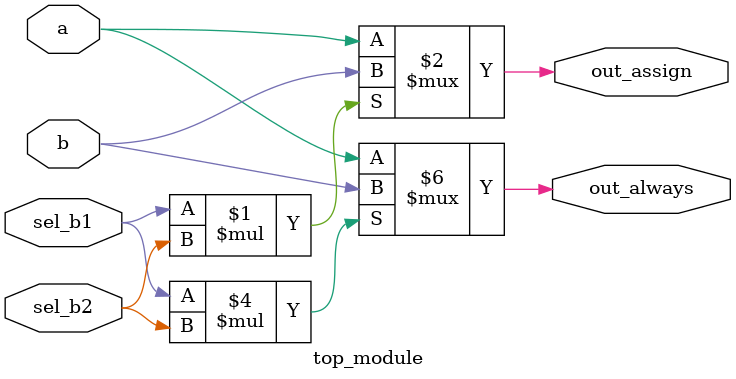
<source format=v>
module top_module(
    input a,
    input b,
    input sel_b1,
    input sel_b2,
    output wire out_assign,
    output reg out_always   ); 
    
    assign out_assign = (sel_b1 * sel_b2)? b : a;
    
    always @ (*) begin
        if (sel_b1 * sel_b2) begin
            out_always = b;
        end
        else begin
        	out_always = a;
        end
    end

endmodule

</source>
